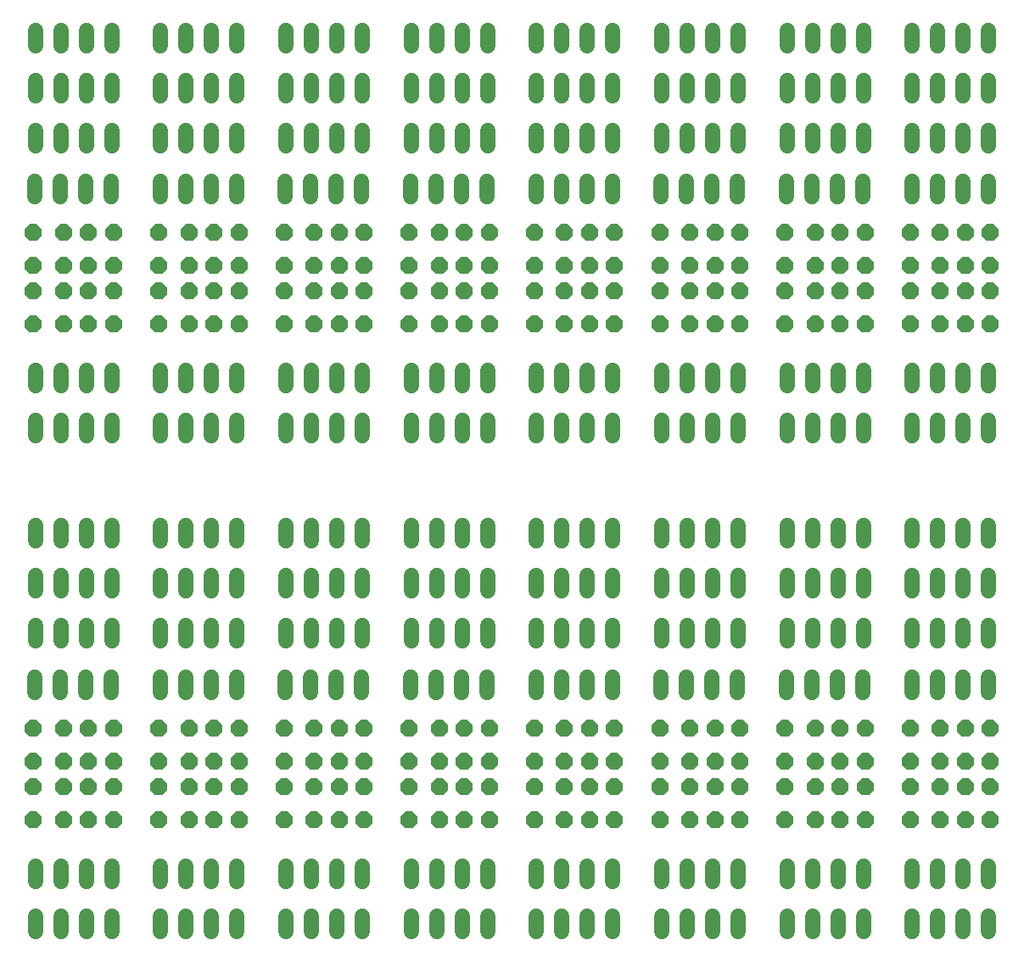
<source format=gbl>
G75*
%MOIN*%
%OFA0B0*%
%FSLAX25Y25*%
%IPPOS*%
%LPD*%
%AMOC8*
5,1,8,0,0,1.08239X$1,22.5*
%
%ADD10OC8,0.06600*%
%ADD11C,0.06000*%
D10*
X0009374Y0072083D03*
X0021185Y0072083D03*
X0031028Y0072083D03*
X0040870Y0072083D03*
X0040870Y0085083D03*
X0031028Y0085083D03*
X0021185Y0085083D03*
X0021185Y0095083D03*
X0031028Y0095083D03*
X0040870Y0095083D03*
X0040870Y0108083D03*
X0031028Y0108083D03*
X0021185Y0108083D03*
X0009374Y0108083D03*
X0009374Y0095083D03*
X0009374Y0085083D03*
X0058587Y0085083D03*
X0058587Y0095083D03*
X0070398Y0095083D03*
X0080240Y0095083D03*
X0090083Y0095083D03*
X0090083Y0085083D03*
X0080240Y0085083D03*
X0070398Y0085083D03*
X0070398Y0072083D03*
X0080240Y0072083D03*
X0090083Y0072083D03*
X0107799Y0072083D03*
X0119610Y0072083D03*
X0129453Y0072083D03*
X0139295Y0072083D03*
X0139295Y0085083D03*
X0129453Y0085083D03*
X0119610Y0085083D03*
X0119610Y0095083D03*
X0129453Y0095083D03*
X0139295Y0095083D03*
X0139295Y0108083D03*
X0129453Y0108083D03*
X0119610Y0108083D03*
X0107799Y0108083D03*
X0107799Y0095083D03*
X0107799Y0085083D03*
X0090083Y0108083D03*
X0080240Y0108083D03*
X0070398Y0108083D03*
X0058587Y0108083D03*
X0058587Y0072083D03*
X0157012Y0072083D03*
X0168823Y0072083D03*
X0178665Y0072083D03*
X0188508Y0072083D03*
X0188508Y0085083D03*
X0178665Y0085083D03*
X0168823Y0085083D03*
X0168823Y0095083D03*
X0178665Y0095083D03*
X0188508Y0095083D03*
X0188508Y0108083D03*
X0178665Y0108083D03*
X0168823Y0108083D03*
X0157012Y0108083D03*
X0157012Y0095083D03*
X0157012Y0085083D03*
X0206224Y0085083D03*
X0206224Y0095083D03*
X0218035Y0095083D03*
X0227878Y0095083D03*
X0237720Y0095083D03*
X0237720Y0085083D03*
X0227878Y0085083D03*
X0218035Y0085083D03*
X0218035Y0072083D03*
X0227878Y0072083D03*
X0237720Y0072083D03*
X0255437Y0072083D03*
X0267248Y0072083D03*
X0277091Y0072083D03*
X0286933Y0072083D03*
X0286933Y0085083D03*
X0277091Y0085083D03*
X0267248Y0085083D03*
X0267248Y0095083D03*
X0277091Y0095083D03*
X0286933Y0095083D03*
X0286933Y0108083D03*
X0277091Y0108083D03*
X0267248Y0108083D03*
X0255437Y0108083D03*
X0255437Y0095083D03*
X0255437Y0085083D03*
X0237720Y0108083D03*
X0227878Y0108083D03*
X0218035Y0108083D03*
X0206224Y0108083D03*
X0206224Y0072083D03*
X0304650Y0072083D03*
X0316461Y0072083D03*
X0326303Y0072083D03*
X0336146Y0072083D03*
X0336146Y0085083D03*
X0326303Y0085083D03*
X0316461Y0085083D03*
X0316461Y0095083D03*
X0326303Y0095083D03*
X0336146Y0095083D03*
X0336146Y0108083D03*
X0326303Y0108083D03*
X0316461Y0108083D03*
X0304650Y0108083D03*
X0304650Y0095083D03*
X0304650Y0085083D03*
X0353862Y0085083D03*
X0353862Y0095083D03*
X0365673Y0095083D03*
X0375516Y0095083D03*
X0385358Y0095083D03*
X0385358Y0085083D03*
X0375516Y0085083D03*
X0365673Y0085083D03*
X0365673Y0072083D03*
X0375516Y0072083D03*
X0385358Y0072083D03*
X0353862Y0072083D03*
X0353862Y0108083D03*
X0365673Y0108083D03*
X0375516Y0108083D03*
X0385358Y0108083D03*
X0385358Y0266965D03*
X0375516Y0266965D03*
X0365673Y0266965D03*
X0353862Y0266965D03*
X0353862Y0279965D03*
X0353862Y0289965D03*
X0365673Y0289965D03*
X0375516Y0289965D03*
X0375516Y0279965D03*
X0365673Y0279965D03*
X0385358Y0279965D03*
X0385358Y0289965D03*
X0385358Y0302965D03*
X0375516Y0302965D03*
X0365673Y0302965D03*
X0353862Y0302965D03*
X0336146Y0302965D03*
X0326303Y0302965D03*
X0316461Y0302965D03*
X0304650Y0302965D03*
X0304650Y0289965D03*
X0304650Y0279965D03*
X0316461Y0279965D03*
X0316461Y0289965D03*
X0326303Y0289965D03*
X0336146Y0289965D03*
X0336146Y0279965D03*
X0326303Y0279965D03*
X0326303Y0266965D03*
X0336146Y0266965D03*
X0316461Y0266965D03*
X0304650Y0266965D03*
X0286933Y0266965D03*
X0277091Y0266965D03*
X0267248Y0266965D03*
X0255437Y0266965D03*
X0255437Y0279965D03*
X0255437Y0289965D03*
X0267248Y0289965D03*
X0277091Y0289965D03*
X0277091Y0279965D03*
X0267248Y0279965D03*
X0286933Y0279965D03*
X0286933Y0289965D03*
X0286933Y0302965D03*
X0277091Y0302965D03*
X0267248Y0302965D03*
X0255437Y0302965D03*
X0237720Y0302965D03*
X0227878Y0302965D03*
X0218035Y0302965D03*
X0206224Y0302965D03*
X0206224Y0289965D03*
X0206224Y0279965D03*
X0218035Y0279965D03*
X0218035Y0289965D03*
X0227878Y0289965D03*
X0237720Y0289965D03*
X0237720Y0279965D03*
X0227878Y0279965D03*
X0227878Y0266965D03*
X0237720Y0266965D03*
X0218035Y0266965D03*
X0206224Y0266965D03*
X0188508Y0266965D03*
X0178665Y0266965D03*
X0168823Y0266965D03*
X0157012Y0266965D03*
X0157012Y0279965D03*
X0157012Y0289965D03*
X0168823Y0289965D03*
X0168823Y0279965D03*
X0178665Y0279965D03*
X0188508Y0279965D03*
X0188508Y0289965D03*
X0178665Y0289965D03*
X0178665Y0302965D03*
X0188508Y0302965D03*
X0168823Y0302965D03*
X0157012Y0302965D03*
X0139295Y0302965D03*
X0129453Y0302965D03*
X0119610Y0302965D03*
X0107799Y0302965D03*
X0107799Y0289965D03*
X0107799Y0279965D03*
X0119610Y0279965D03*
X0129453Y0279965D03*
X0129453Y0289965D03*
X0119610Y0289965D03*
X0139295Y0289965D03*
X0139295Y0279965D03*
X0139295Y0266965D03*
X0129453Y0266965D03*
X0119610Y0266965D03*
X0107799Y0266965D03*
X0090083Y0266965D03*
X0080240Y0266965D03*
X0070398Y0266965D03*
X0058587Y0266965D03*
X0058587Y0279965D03*
X0058587Y0289965D03*
X0070398Y0289965D03*
X0070398Y0279965D03*
X0080240Y0279965D03*
X0090083Y0279965D03*
X0090083Y0289965D03*
X0080240Y0289965D03*
X0080240Y0302965D03*
X0090083Y0302965D03*
X0070398Y0302965D03*
X0058587Y0302965D03*
X0040870Y0302965D03*
X0031028Y0302965D03*
X0021185Y0302965D03*
X0009374Y0302965D03*
X0009374Y0289965D03*
X0009374Y0279965D03*
X0021185Y0279965D03*
X0031028Y0279965D03*
X0031028Y0289965D03*
X0021185Y0289965D03*
X0040870Y0289965D03*
X0040870Y0279965D03*
X0040870Y0266965D03*
X0031028Y0266965D03*
X0021185Y0266965D03*
X0009374Y0266965D03*
D11*
X0010122Y0034028D02*
X0010122Y0028028D01*
X0020122Y0028028D02*
X0020122Y0034028D01*
X0030122Y0034028D02*
X0030122Y0028028D01*
X0040122Y0028028D02*
X0040122Y0034028D01*
X0040122Y0047713D02*
X0040122Y0053713D01*
X0030122Y0053713D02*
X0030122Y0047713D01*
X0020122Y0047713D02*
X0020122Y0053713D01*
X0010122Y0053713D02*
X0010122Y0047713D01*
X0059335Y0047713D02*
X0059335Y0053713D01*
X0069335Y0053713D02*
X0069335Y0047713D01*
X0079335Y0047713D02*
X0079335Y0053713D01*
X0089335Y0053713D02*
X0089335Y0047713D01*
X0089335Y0034028D02*
X0089335Y0028028D01*
X0079335Y0028028D02*
X0079335Y0034028D01*
X0069335Y0034028D02*
X0069335Y0028028D01*
X0059335Y0028028D02*
X0059335Y0034028D01*
X0108547Y0034028D02*
X0108547Y0028028D01*
X0118547Y0028028D02*
X0118547Y0034028D01*
X0128547Y0034028D02*
X0128547Y0028028D01*
X0138547Y0028028D02*
X0138547Y0034028D01*
X0138547Y0047713D02*
X0138547Y0053713D01*
X0128547Y0053713D02*
X0128547Y0047713D01*
X0118547Y0047713D02*
X0118547Y0053713D01*
X0108547Y0053713D02*
X0108547Y0047713D01*
X0157760Y0047713D02*
X0157760Y0053713D01*
X0167760Y0053713D02*
X0167760Y0047713D01*
X0177760Y0047713D02*
X0177760Y0053713D01*
X0187760Y0053713D02*
X0187760Y0047713D01*
X0187760Y0034028D02*
X0187760Y0028028D01*
X0177760Y0028028D02*
X0177760Y0034028D01*
X0167760Y0034028D02*
X0167760Y0028028D01*
X0157760Y0028028D02*
X0157760Y0034028D01*
X0206972Y0034028D02*
X0206972Y0028028D01*
X0216972Y0028028D02*
X0216972Y0034028D01*
X0226972Y0034028D02*
X0226972Y0028028D01*
X0236972Y0028028D02*
X0236972Y0034028D01*
X0236972Y0047713D02*
X0236972Y0053713D01*
X0226972Y0053713D02*
X0226972Y0047713D01*
X0216972Y0047713D02*
X0216972Y0053713D01*
X0206972Y0053713D02*
X0206972Y0047713D01*
X0256185Y0047713D02*
X0256185Y0053713D01*
X0266185Y0053713D02*
X0266185Y0047713D01*
X0276185Y0047713D02*
X0276185Y0053713D01*
X0286185Y0053713D02*
X0286185Y0047713D01*
X0286185Y0034028D02*
X0286185Y0028028D01*
X0276185Y0028028D02*
X0276185Y0034028D01*
X0266185Y0034028D02*
X0266185Y0028028D01*
X0256185Y0028028D02*
X0256185Y0034028D01*
X0305398Y0034028D02*
X0305398Y0028028D01*
X0315398Y0028028D02*
X0315398Y0034028D01*
X0325398Y0034028D02*
X0325398Y0028028D01*
X0335398Y0028028D02*
X0335398Y0034028D01*
X0335398Y0047713D02*
X0335398Y0053713D01*
X0325398Y0053713D02*
X0325398Y0047713D01*
X0315398Y0047713D02*
X0315398Y0053713D01*
X0305398Y0053713D02*
X0305398Y0047713D01*
X0354610Y0047713D02*
X0354610Y0053713D01*
X0364610Y0053713D02*
X0364610Y0047713D01*
X0374610Y0047713D02*
X0374610Y0053713D01*
X0384610Y0053713D02*
X0384610Y0047713D01*
X0384610Y0034028D02*
X0384610Y0028028D01*
X0374610Y0028028D02*
X0374610Y0034028D01*
X0364610Y0034028D02*
X0364610Y0028028D01*
X0354610Y0028028D02*
X0354610Y0034028D01*
X0354413Y0122083D02*
X0354413Y0128083D01*
X0364413Y0128083D02*
X0364413Y0122083D01*
X0374413Y0122083D02*
X0374413Y0128083D01*
X0384413Y0128083D02*
X0384413Y0122083D01*
X0384610Y0142201D02*
X0384610Y0148201D01*
X0374610Y0148201D02*
X0374610Y0142201D01*
X0364610Y0142201D02*
X0364610Y0148201D01*
X0354610Y0148201D02*
X0354610Y0142201D01*
X0335398Y0142201D02*
X0335398Y0148201D01*
X0325398Y0148201D02*
X0325398Y0142201D01*
X0315398Y0142201D02*
X0315398Y0148201D01*
X0305398Y0148201D02*
X0305398Y0142201D01*
X0305201Y0128083D02*
X0305201Y0122083D01*
X0315201Y0122083D02*
X0315201Y0128083D01*
X0325201Y0128083D02*
X0325201Y0122083D01*
X0335201Y0122083D02*
X0335201Y0128083D01*
X0335398Y0161886D02*
X0335398Y0167886D01*
X0325398Y0167886D02*
X0325398Y0161886D01*
X0315398Y0161886D02*
X0315398Y0167886D01*
X0305398Y0167886D02*
X0305398Y0161886D01*
X0286185Y0161886D02*
X0286185Y0167886D01*
X0276185Y0167886D02*
X0276185Y0161886D01*
X0266185Y0161886D02*
X0266185Y0167886D01*
X0256185Y0167886D02*
X0256185Y0161886D01*
X0256185Y0148201D02*
X0256185Y0142201D01*
X0266185Y0142201D02*
X0266185Y0148201D01*
X0276185Y0148201D02*
X0276185Y0142201D01*
X0286185Y0142201D02*
X0286185Y0148201D01*
X0285988Y0128083D02*
X0285988Y0122083D01*
X0275988Y0122083D02*
X0275988Y0128083D01*
X0265988Y0128083D02*
X0265988Y0122083D01*
X0255988Y0122083D02*
X0255988Y0128083D01*
X0236776Y0128083D02*
X0236776Y0122083D01*
X0226776Y0122083D02*
X0226776Y0128083D01*
X0216776Y0128083D02*
X0216776Y0122083D01*
X0206776Y0122083D02*
X0206776Y0128083D01*
X0206972Y0142201D02*
X0206972Y0148201D01*
X0216972Y0148201D02*
X0216972Y0142201D01*
X0226972Y0142201D02*
X0226972Y0148201D01*
X0236972Y0148201D02*
X0236972Y0142201D01*
X0236972Y0161886D02*
X0236972Y0167886D01*
X0226972Y0167886D02*
X0226972Y0161886D01*
X0216972Y0161886D02*
X0216972Y0167886D01*
X0206972Y0167886D02*
X0206972Y0161886D01*
X0187760Y0161886D02*
X0187760Y0167886D01*
X0177760Y0167886D02*
X0177760Y0161886D01*
X0167760Y0161886D02*
X0167760Y0167886D01*
X0157760Y0167886D02*
X0157760Y0161886D01*
X0157760Y0148201D02*
X0157760Y0142201D01*
X0167760Y0142201D02*
X0167760Y0148201D01*
X0177760Y0148201D02*
X0177760Y0142201D01*
X0187760Y0142201D02*
X0187760Y0148201D01*
X0187563Y0128083D02*
X0187563Y0122083D01*
X0177563Y0122083D02*
X0177563Y0128083D01*
X0167563Y0128083D02*
X0167563Y0122083D01*
X0157563Y0122083D02*
X0157563Y0128083D01*
X0138350Y0128083D02*
X0138350Y0122083D01*
X0128350Y0122083D02*
X0128350Y0128083D01*
X0118350Y0128083D02*
X0118350Y0122083D01*
X0108350Y0122083D02*
X0108350Y0128083D01*
X0108547Y0142201D02*
X0108547Y0148201D01*
X0118547Y0148201D02*
X0118547Y0142201D01*
X0128547Y0142201D02*
X0128547Y0148201D01*
X0138547Y0148201D02*
X0138547Y0142201D01*
X0138547Y0161886D02*
X0138547Y0167886D01*
X0128547Y0167886D02*
X0128547Y0161886D01*
X0118547Y0161886D02*
X0118547Y0167886D01*
X0108547Y0167886D02*
X0108547Y0161886D01*
X0089335Y0161886D02*
X0089335Y0167886D01*
X0079335Y0167886D02*
X0079335Y0161886D01*
X0069335Y0161886D02*
X0069335Y0167886D01*
X0059335Y0167886D02*
X0059335Y0161886D01*
X0059335Y0148201D02*
X0059335Y0142201D01*
X0069335Y0142201D02*
X0069335Y0148201D01*
X0079335Y0148201D02*
X0079335Y0142201D01*
X0089335Y0142201D02*
X0089335Y0148201D01*
X0089138Y0128083D02*
X0089138Y0122083D01*
X0079138Y0122083D02*
X0079138Y0128083D01*
X0069138Y0128083D02*
X0069138Y0122083D01*
X0059138Y0122083D02*
X0059138Y0128083D01*
X0039925Y0128083D02*
X0039925Y0122083D01*
X0029925Y0122083D02*
X0029925Y0128083D01*
X0019925Y0128083D02*
X0019925Y0122083D01*
X0009925Y0122083D02*
X0009925Y0128083D01*
X0010122Y0142201D02*
X0010122Y0148201D01*
X0020122Y0148201D02*
X0020122Y0142201D01*
X0030122Y0142201D02*
X0030122Y0148201D01*
X0040122Y0148201D02*
X0040122Y0142201D01*
X0040122Y0161886D02*
X0040122Y0167886D01*
X0030122Y0167886D02*
X0030122Y0161886D01*
X0020122Y0161886D02*
X0020122Y0167886D01*
X0010122Y0167886D02*
X0010122Y0161886D01*
X0010122Y0181571D02*
X0010122Y0187571D01*
X0020122Y0187571D02*
X0020122Y0181571D01*
X0030122Y0181571D02*
X0030122Y0187571D01*
X0040122Y0187571D02*
X0040122Y0181571D01*
X0059335Y0181571D02*
X0059335Y0187571D01*
X0069335Y0187571D02*
X0069335Y0181571D01*
X0079335Y0181571D02*
X0079335Y0187571D01*
X0089335Y0187571D02*
X0089335Y0181571D01*
X0108547Y0181571D02*
X0108547Y0187571D01*
X0118547Y0187571D02*
X0118547Y0181571D01*
X0128547Y0181571D02*
X0128547Y0187571D01*
X0138547Y0187571D02*
X0138547Y0181571D01*
X0157760Y0181571D02*
X0157760Y0187571D01*
X0167760Y0187571D02*
X0167760Y0181571D01*
X0177760Y0181571D02*
X0177760Y0187571D01*
X0187760Y0187571D02*
X0187760Y0181571D01*
X0206972Y0181571D02*
X0206972Y0187571D01*
X0216972Y0187571D02*
X0216972Y0181571D01*
X0226972Y0181571D02*
X0226972Y0187571D01*
X0236972Y0187571D02*
X0236972Y0181571D01*
X0256185Y0181571D02*
X0256185Y0187571D01*
X0266185Y0187571D02*
X0266185Y0181571D01*
X0276185Y0181571D02*
X0276185Y0187571D01*
X0286185Y0187571D02*
X0286185Y0181571D01*
X0305398Y0181571D02*
X0305398Y0187571D01*
X0315398Y0187571D02*
X0315398Y0181571D01*
X0325398Y0181571D02*
X0325398Y0187571D01*
X0335398Y0187571D02*
X0335398Y0181571D01*
X0354610Y0181571D02*
X0354610Y0187571D01*
X0364610Y0187571D02*
X0364610Y0181571D01*
X0374610Y0181571D02*
X0374610Y0187571D01*
X0384610Y0187571D02*
X0384610Y0181571D01*
X0384610Y0167886D02*
X0384610Y0161886D01*
X0374610Y0161886D02*
X0374610Y0167886D01*
X0364610Y0167886D02*
X0364610Y0161886D01*
X0354610Y0161886D02*
X0354610Y0167886D01*
X0354610Y0222909D02*
X0354610Y0228909D01*
X0364610Y0228909D02*
X0364610Y0222909D01*
X0374610Y0222909D02*
X0374610Y0228909D01*
X0384610Y0228909D02*
X0384610Y0222909D01*
X0384610Y0242594D02*
X0384610Y0248594D01*
X0374610Y0248594D02*
X0374610Y0242594D01*
X0364610Y0242594D02*
X0364610Y0248594D01*
X0354610Y0248594D02*
X0354610Y0242594D01*
X0335398Y0242594D02*
X0335398Y0248594D01*
X0325398Y0248594D02*
X0325398Y0242594D01*
X0315398Y0242594D02*
X0315398Y0248594D01*
X0305398Y0248594D02*
X0305398Y0242594D01*
X0305398Y0228909D02*
X0305398Y0222909D01*
X0315398Y0222909D02*
X0315398Y0228909D01*
X0325398Y0228909D02*
X0325398Y0222909D01*
X0335398Y0222909D02*
X0335398Y0228909D01*
X0286185Y0228909D02*
X0286185Y0222909D01*
X0276185Y0222909D02*
X0276185Y0228909D01*
X0266185Y0228909D02*
X0266185Y0222909D01*
X0256185Y0222909D02*
X0256185Y0228909D01*
X0256185Y0242594D02*
X0256185Y0248594D01*
X0266185Y0248594D02*
X0266185Y0242594D01*
X0276185Y0242594D02*
X0276185Y0248594D01*
X0286185Y0248594D02*
X0286185Y0242594D01*
X0236972Y0242594D02*
X0236972Y0248594D01*
X0226972Y0248594D02*
X0226972Y0242594D01*
X0216972Y0242594D02*
X0216972Y0248594D01*
X0206972Y0248594D02*
X0206972Y0242594D01*
X0206972Y0228909D02*
X0206972Y0222909D01*
X0216972Y0222909D02*
X0216972Y0228909D01*
X0226972Y0228909D02*
X0226972Y0222909D01*
X0236972Y0222909D02*
X0236972Y0228909D01*
X0187760Y0228909D02*
X0187760Y0222909D01*
X0177760Y0222909D02*
X0177760Y0228909D01*
X0167760Y0228909D02*
X0167760Y0222909D01*
X0157760Y0222909D02*
X0157760Y0228909D01*
X0157760Y0242594D02*
X0157760Y0248594D01*
X0167760Y0248594D02*
X0167760Y0242594D01*
X0177760Y0242594D02*
X0177760Y0248594D01*
X0187760Y0248594D02*
X0187760Y0242594D01*
X0138547Y0242594D02*
X0138547Y0248594D01*
X0128547Y0248594D02*
X0128547Y0242594D01*
X0118547Y0242594D02*
X0118547Y0248594D01*
X0108547Y0248594D02*
X0108547Y0242594D01*
X0108547Y0228909D02*
X0108547Y0222909D01*
X0118547Y0222909D02*
X0118547Y0228909D01*
X0128547Y0228909D02*
X0128547Y0222909D01*
X0138547Y0222909D02*
X0138547Y0228909D01*
X0089335Y0228909D02*
X0089335Y0222909D01*
X0079335Y0222909D02*
X0079335Y0228909D01*
X0069335Y0228909D02*
X0069335Y0222909D01*
X0059335Y0222909D02*
X0059335Y0228909D01*
X0059335Y0242594D02*
X0059335Y0248594D01*
X0069335Y0248594D02*
X0069335Y0242594D01*
X0079335Y0242594D02*
X0079335Y0248594D01*
X0089335Y0248594D02*
X0089335Y0242594D01*
X0040122Y0242594D02*
X0040122Y0248594D01*
X0030122Y0248594D02*
X0030122Y0242594D01*
X0020122Y0242594D02*
X0020122Y0248594D01*
X0010122Y0248594D02*
X0010122Y0242594D01*
X0010122Y0228909D02*
X0010122Y0222909D01*
X0020122Y0222909D02*
X0020122Y0228909D01*
X0030122Y0228909D02*
X0030122Y0222909D01*
X0040122Y0222909D02*
X0040122Y0228909D01*
X0039925Y0316965D02*
X0039925Y0322965D01*
X0029925Y0322965D02*
X0029925Y0316965D01*
X0019925Y0316965D02*
X0019925Y0322965D01*
X0009925Y0322965D02*
X0009925Y0316965D01*
X0010122Y0337083D02*
X0010122Y0343083D01*
X0020122Y0343083D02*
X0020122Y0337083D01*
X0030122Y0337083D02*
X0030122Y0343083D01*
X0040122Y0343083D02*
X0040122Y0337083D01*
X0059335Y0337083D02*
X0059335Y0343083D01*
X0069335Y0343083D02*
X0069335Y0337083D01*
X0079335Y0337083D02*
X0079335Y0343083D01*
X0089335Y0343083D02*
X0089335Y0337083D01*
X0089138Y0322965D02*
X0089138Y0316965D01*
X0079138Y0316965D02*
X0079138Y0322965D01*
X0069138Y0322965D02*
X0069138Y0316965D01*
X0059138Y0316965D02*
X0059138Y0322965D01*
X0059335Y0356768D02*
X0059335Y0362768D01*
X0069335Y0362768D02*
X0069335Y0356768D01*
X0079335Y0356768D02*
X0079335Y0362768D01*
X0089335Y0362768D02*
X0089335Y0356768D01*
X0108547Y0356768D02*
X0108547Y0362768D01*
X0118547Y0362768D02*
X0118547Y0356768D01*
X0128547Y0356768D02*
X0128547Y0362768D01*
X0138547Y0362768D02*
X0138547Y0356768D01*
X0138547Y0343083D02*
X0138547Y0337083D01*
X0128547Y0337083D02*
X0128547Y0343083D01*
X0118547Y0343083D02*
X0118547Y0337083D01*
X0108547Y0337083D02*
X0108547Y0343083D01*
X0108350Y0322965D02*
X0108350Y0316965D01*
X0118350Y0316965D02*
X0118350Y0322965D01*
X0128350Y0322965D02*
X0128350Y0316965D01*
X0138350Y0316965D02*
X0138350Y0322965D01*
X0157563Y0322965D02*
X0157563Y0316965D01*
X0167563Y0316965D02*
X0167563Y0322965D01*
X0177563Y0322965D02*
X0177563Y0316965D01*
X0187563Y0316965D02*
X0187563Y0322965D01*
X0187760Y0337083D02*
X0187760Y0343083D01*
X0177760Y0343083D02*
X0177760Y0337083D01*
X0167760Y0337083D02*
X0167760Y0343083D01*
X0157760Y0343083D02*
X0157760Y0337083D01*
X0157760Y0356768D02*
X0157760Y0362768D01*
X0167760Y0362768D02*
X0167760Y0356768D01*
X0177760Y0356768D02*
X0177760Y0362768D01*
X0187760Y0362768D02*
X0187760Y0356768D01*
X0206972Y0356768D02*
X0206972Y0362768D01*
X0216972Y0362768D02*
X0216972Y0356768D01*
X0226972Y0356768D02*
X0226972Y0362768D01*
X0236972Y0362768D02*
X0236972Y0356768D01*
X0236972Y0343083D02*
X0236972Y0337083D01*
X0226972Y0337083D02*
X0226972Y0343083D01*
X0216972Y0343083D02*
X0216972Y0337083D01*
X0206972Y0337083D02*
X0206972Y0343083D01*
X0206776Y0322965D02*
X0206776Y0316965D01*
X0216776Y0316965D02*
X0216776Y0322965D01*
X0226776Y0322965D02*
X0226776Y0316965D01*
X0236776Y0316965D02*
X0236776Y0322965D01*
X0255988Y0322965D02*
X0255988Y0316965D01*
X0265988Y0316965D02*
X0265988Y0322965D01*
X0275988Y0322965D02*
X0275988Y0316965D01*
X0285988Y0316965D02*
X0285988Y0322965D01*
X0286185Y0337083D02*
X0286185Y0343083D01*
X0276185Y0343083D02*
X0276185Y0337083D01*
X0266185Y0337083D02*
X0266185Y0343083D01*
X0256185Y0343083D02*
X0256185Y0337083D01*
X0256185Y0356768D02*
X0256185Y0362768D01*
X0266185Y0362768D02*
X0266185Y0356768D01*
X0276185Y0356768D02*
X0276185Y0362768D01*
X0286185Y0362768D02*
X0286185Y0356768D01*
X0305398Y0356768D02*
X0305398Y0362768D01*
X0315398Y0362768D02*
X0315398Y0356768D01*
X0325398Y0356768D02*
X0325398Y0362768D01*
X0335398Y0362768D02*
X0335398Y0356768D01*
X0335398Y0343083D02*
X0335398Y0337083D01*
X0325398Y0337083D02*
X0325398Y0343083D01*
X0315398Y0343083D02*
X0315398Y0337083D01*
X0305398Y0337083D02*
X0305398Y0343083D01*
X0305201Y0322965D02*
X0305201Y0316965D01*
X0315201Y0316965D02*
X0315201Y0322965D01*
X0325201Y0322965D02*
X0325201Y0316965D01*
X0335201Y0316965D02*
X0335201Y0322965D01*
X0354413Y0322965D02*
X0354413Y0316965D01*
X0364413Y0316965D02*
X0364413Y0322965D01*
X0374413Y0322965D02*
X0374413Y0316965D01*
X0384413Y0316965D02*
X0384413Y0322965D01*
X0384610Y0337083D02*
X0384610Y0343083D01*
X0374610Y0343083D02*
X0374610Y0337083D01*
X0364610Y0337083D02*
X0364610Y0343083D01*
X0354610Y0343083D02*
X0354610Y0337083D01*
X0354610Y0356768D02*
X0354610Y0362768D01*
X0364610Y0362768D02*
X0364610Y0356768D01*
X0374610Y0356768D02*
X0374610Y0362768D01*
X0384610Y0362768D02*
X0384610Y0356768D01*
X0384610Y0376453D02*
X0384610Y0382453D01*
X0374610Y0382453D02*
X0374610Y0376453D01*
X0364610Y0376453D02*
X0364610Y0382453D01*
X0354610Y0382453D02*
X0354610Y0376453D01*
X0335398Y0376453D02*
X0335398Y0382453D01*
X0325398Y0382453D02*
X0325398Y0376453D01*
X0315398Y0376453D02*
X0315398Y0382453D01*
X0305398Y0382453D02*
X0305398Y0376453D01*
X0286185Y0376453D02*
X0286185Y0382453D01*
X0276185Y0382453D02*
X0276185Y0376453D01*
X0266185Y0376453D02*
X0266185Y0382453D01*
X0256185Y0382453D02*
X0256185Y0376453D01*
X0236972Y0376453D02*
X0236972Y0382453D01*
X0226972Y0382453D02*
X0226972Y0376453D01*
X0216972Y0376453D02*
X0216972Y0382453D01*
X0206972Y0382453D02*
X0206972Y0376453D01*
X0187760Y0376453D02*
X0187760Y0382453D01*
X0177760Y0382453D02*
X0177760Y0376453D01*
X0167760Y0376453D02*
X0167760Y0382453D01*
X0157760Y0382453D02*
X0157760Y0376453D01*
X0138547Y0376453D02*
X0138547Y0382453D01*
X0128547Y0382453D02*
X0128547Y0376453D01*
X0118547Y0376453D02*
X0118547Y0382453D01*
X0108547Y0382453D02*
X0108547Y0376453D01*
X0089335Y0376453D02*
X0089335Y0382453D01*
X0079335Y0382453D02*
X0079335Y0376453D01*
X0069335Y0376453D02*
X0069335Y0382453D01*
X0059335Y0382453D02*
X0059335Y0376453D01*
X0040122Y0376453D02*
X0040122Y0382453D01*
X0030122Y0382453D02*
X0030122Y0376453D01*
X0020122Y0376453D02*
X0020122Y0382453D01*
X0010122Y0382453D02*
X0010122Y0376453D01*
X0010122Y0362768D02*
X0010122Y0356768D01*
X0020122Y0356768D02*
X0020122Y0362768D01*
X0030122Y0362768D02*
X0030122Y0356768D01*
X0040122Y0356768D02*
X0040122Y0362768D01*
M02*

</source>
